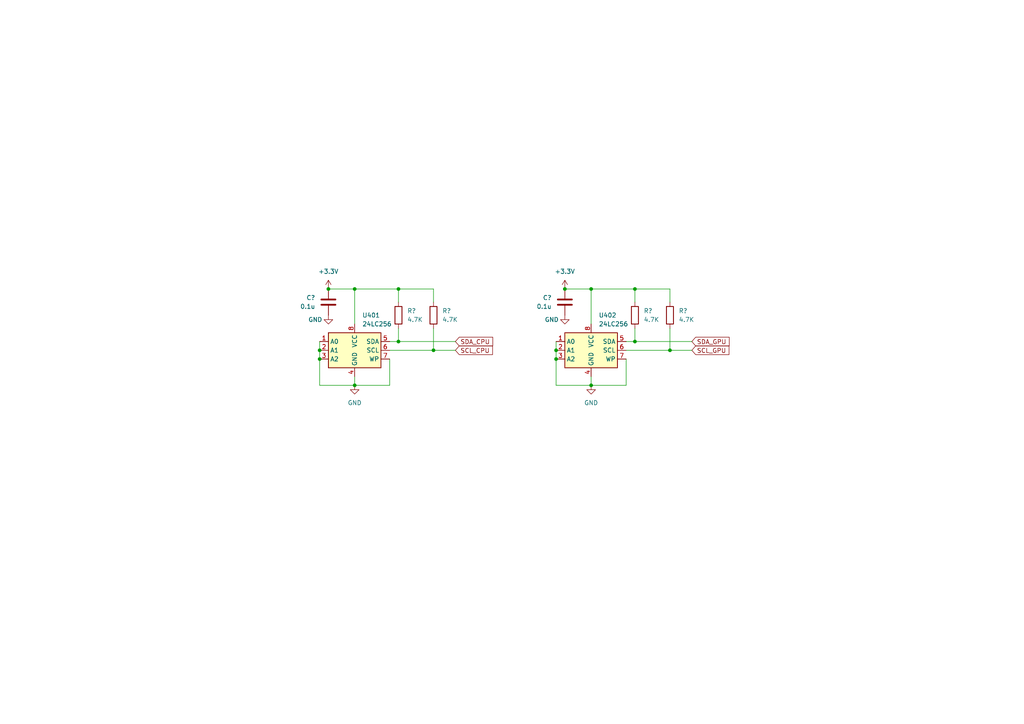
<source format=kicad_sch>
(kicad_sch (version 20230121) (generator eeschema)
  (paper "A4")
  (lib_symbols
    (symbol "Device:C" (pin_numbers hide) (pin_names (offset 0.254))
      (property "Reference" "C" (at 0.635 2.54 0))
      (property "Value" "C" (at 0.635 -2.54 0))
      (symbol "C_0_1"
        (polyline (pts (xy -2.032 -0.762) (xy 2.032 -0.762)) (stroke (width 0.508)))
        (polyline (pts (xy -2.032 0.762) (xy 2.032 0.762)) (stroke (width 0.508)))
      )
      (symbol "C_1_1"
        (pin passive line (at 0 3.81 270) (length 2.794) (name "~") (number "1"))
        (pin passive line (at 0 -3.81 90) (length 2.794) (name "~") (number "2"))
      )
    )
    (symbol "Device:R" (pin_numbers hide) (pin_names (offset 0))
      (property "Reference" "R" (at 2.032 0 90))
      (property "Value" "R" (at 0 0 90))
      (symbol "R_0_1"
        (rectangle (start -1.016 -2.54) (end 1.016 2.54) (stroke (width 0.254)))
      )
      (symbol "R_1_1"
        (pin passive line (at 0 3.81 270) (length 1.27) (name "~") (number "1"))
        (pin passive line (at 0 -3.81 90) (length 1.27) (name "~") (number "2"))
      )
    )
    (symbol "Memory_EEPROM:24LC256"
      (property "Reference" "U" (at -6.35 6.35 0))
      (property "Value" "24LC256" (at 1.27 6.35 0))
      (symbol "24LC256_1_1"
        (rectangle (start -7.62 5.08) (end 7.62 -5.08) (stroke (width 0.254)) (fill (type background)))
        (pin input line (at -10.16 2.54 0) (length 2.54) (name "A0") (number "1"))
        (pin input line (at -10.16 0 0) (length 2.54) (name "A1") (number "2"))
        (pin input line (at -10.16 -2.54 0) (length 2.54) (name "A2") (number "3"))
        (pin power_in line (at 0 -7.62 90) (length 2.54) (name "GND") (number "4"))
        (pin bidirectional line (at 10.16 2.54 180) (length 2.54) (name "SDA") (number "5"))
        (pin input line (at 10.16 0 180) (length 2.54) (name "SCL") (number "6"))
        (pin input line (at 10.16 -2.54 180) (length 2.54) (name "WP") (number "7"))
        (pin power_in line (at 0 7.62 270) (length 2.54) (name "VCC") (number "8"))
      )
    )
    (symbol "power:+3.3V" (power) (pin_names (offset 0))
      (property "Value" "+3.3V" (at 0 3.556 0))
      (symbol "+3.3V_0_1"
        (polyline (pts (xy -0.762 1.27) (xy 0 2.54)))
        (polyline (pts (xy 0 0) (xy 0 2.54)))
        (polyline (pts (xy 0 2.54) (xy 0.762 1.27)))
      )
      (symbol "+3.3V_1_1"
        (pin power_in line (at 0 0 90) (length 0) hide (name "+3.3V") (number "1"))
      )
    )
    (symbol "power:GND" (power) (pin_names (offset 0))
      (property "Value" "GND" (at 0 -3.81 0))
      (symbol "GND_0_1"
        (polyline (pts (xy 0 0) (xy 0 -1.27) (xy 1.27 -1.27) (xy 0 -2.54) (xy -1.27 -1.27) (xy 0 -1.27)))
      )
      (symbol "GND_1_1"
        (pin power_in line (at 0 0 270) (length 0) hide (name "GND") (number "1"))
      )
    )
  )
  (junction (at 102.87 111.76))
  (junction (at 102.87 83.82))
  (junction (at 95.25 83.82))
  (junction (at 171.45 83.82))
  (junction (at 115.57 99.06))
  (junction (at 92.71 104.14))
  (junction (at 125.73 101.6))
  (junction (at 171.45 111.76))
  (junction (at 163.83 83.82))
  (junction (at 92.71 101.6))
  (junction (at 184.15 83.82))
  (junction (at 115.57 83.82))
  (junction (at 161.29 101.6))
  (junction (at 161.29 104.14))
  (junction (at 194.31 101.6))
  (junction (at 184.15 99.06))
  (wire (pts (xy 161.29 104.14) (xy 161.29 111.76)))
  (wire (pts (xy 184.15 99.06) (xy 200.66 99.06)))
  (wire (pts (xy 102.87 83.82) (xy 115.57 83.82)))
  (wire (pts (xy 171.45 83.82) (xy 171.45 93.98)))
  (wire (pts (xy 184.15 83.82) (xy 194.31 83.82)))
  (wire (pts (xy 92.71 111.76) (xy 102.87 111.76)))
  (wire (pts (xy 125.73 87.63) (xy 125.73 83.82)))
  (wire (pts (xy 171.45 109.22) (xy 171.45 111.76)))
  (wire (pts (xy 115.57 95.25) (xy 115.57 99.06)))
  (wire (pts (xy 184.15 95.25) (xy 184.15 99.06)))
  (wire (pts (xy 125.73 101.6) (xy 132.08 101.6)))
  (wire (pts (xy 125.73 95.25) (xy 125.73 101.6)))
  (wire (pts (xy 102.87 83.82) (xy 102.87 93.98)))
  (wire (pts (xy 113.03 111.76) (xy 102.87 111.76)))
  (wire (pts (xy 194.31 101.6) (xy 200.66 101.6)))
  (wire (pts (xy 194.31 95.25) (xy 194.31 101.6)))
  (wire (pts (xy 161.29 111.76) (xy 171.45 111.76)))
  (wire (pts (xy 113.03 104.14) (xy 113.03 111.76)))
  (wire (pts (xy 92.71 99.06) (xy 92.71 101.6)))
  (wire (pts (xy 113.03 101.6) (xy 125.73 101.6)))
  (wire (pts (xy 113.03 99.06) (xy 115.57 99.06)))
  (wire (pts (xy 163.83 83.82) (xy 171.45 83.82)))
  (wire (pts (xy 181.61 99.06) (xy 184.15 99.06)))
  (wire (pts (xy 115.57 99.06) (xy 132.08 99.06)))
  (wire (pts (xy 184.15 83.82) (xy 184.15 87.63)))
  (wire (pts (xy 161.29 101.6) (xy 161.29 104.14)))
  (wire (pts (xy 181.61 101.6) (xy 194.31 101.6)))
  (wire (pts (xy 92.71 101.6) (xy 92.71 104.14)))
  (wire (pts (xy 194.31 87.63) (xy 194.31 83.82)))
  (wire (pts (xy 92.71 104.14) (xy 92.71 111.76)))
  (wire (pts (xy 181.61 111.76) (xy 171.45 111.76)))
  (wire (pts (xy 181.61 104.14) (xy 181.61 111.76)))
  (wire (pts (xy 115.57 83.82) (xy 115.57 87.63)))
  (wire (pts (xy 161.29 99.06) (xy 161.29 101.6)))
  (wire (pts (xy 125.73 83.82) (xy 115.57 83.82)))
  (wire (pts (xy 102.87 109.22) (xy 102.87 111.76)))
  (wire (pts (xy 102.87 83.82) (xy 95.25 83.82)))
  (wire (pts (xy 171.45 83.82) (xy 184.15 83.82)))
  (global_label "SCL_CPU" (shape input) (at 132.08 101.6 0) (property "Intersheetrefs" "${INTERSHEET_REFS}" (effects hide)))
  (global_label "SCL_GPU" (shape input) (at 200.66 101.6 0) (property "Intersheetrefs" "${INTERSHEET_REFS}" (effects hide)))
  (global_label "SDA_GPU" (shape input) (at 200.66 99.06 0) (property "Intersheetrefs" "${INTERSHEET_REFS}" (effects hide)))
  (global_label "SDA_CPU" (shape input) (at 132.08 99.06 0) (property "Intersheetrefs" "${INTERSHEET_REFS}" (effects hide)))
  (symbol (lib_id "Device:R") (at 115.57 91.44 180) (unit 1)
    (property "Reference" "R?" (at 118.11 90.17 0) (effects (justify right)))
    (property "Value" "4.7K" (at 118.11 92.71 0) (effects (justify right)))
    (property "Footprint" "Resistor_THT:R_Axial_DIN0207_L6.3mm_D2.5mm_P10.16mm_Horizontal" (effects hide))
    (property "Datasheet" "https://www.seielect.com/catalog/sei-cf_cfm.pdf" (effects hide))
    (property "Part" "CF18JT4K70" (effects hide))
    (instances (project "jcap" (path "" (reference "R?") (unit 1)) (path "" (reference "R401") (unit 1))))
  )
  (symbol (lib_id "Device:R") (at 125.73 91.44 180) (unit 1)
    (property "Reference" "R?" (at 128.27 90.17 0) (effects (justify right)))
    (property "Value" "4.7K" (at 128.27 92.71 0) (effects (justify right)))
    (property "Footprint" "Resistor_THT:R_Axial_DIN0207_L6.3mm_D2.5mm_P10.16mm_Horizontal" (effects hide))
    (property "Datasheet" "https://www.seielect.com/catalog/sei-cf_cfm.pdf" (effects hide))
    (property "Part" "CF18JT4K70" (effects hide))
    (instances (project "jcap" (path "" (reference "R?") (unit 1)) (path "" (reference "R402") (unit 1))))
  )
  (symbol (lib_id "power:+3.3V") (at 95.25 83.82 0) (mirror y) (unit 1)
    (property "Reference" "#PWR?" (effects hide))
    (property "Value" "+3.3V" (at 95.25 78.74 0))
    (instances (project "jcap" (path "" (reference "#PWR?") (unit 1)) (path "" (reference "#PWR0401") (unit 1))))
  )
  (symbol (lib_id "power:GND") (at 102.87 111.76 0) (unit 1)
    (property "Reference" "#PWR0403" (effects hide))
    (property "Value" "GND" (at 102.87 116.84 0))
  )
  (symbol (lib_id "Device:R") (at 184.15 91.44 180) (unit 1)
    (property "Reference" "R?" (at 186.69 90.17 0) (effects (justify right)))
    (property "Value" "4.7K" (at 186.69 92.71 0) (effects (justify right)))
    (property "Footprint" "Resistor_THT:R_Axial_DIN0207_L6.3mm_D2.5mm_P10.16mm_Horizontal" (effects hide))
    (property "Datasheet" "https://www.seielect.com/catalog/sei-cf_cfm.pdf" (effects hide))
    (property "Part" "CF18JT4K70" (effects hide))
    (instances (project "jcap" (path "" (reference "R?") (unit 1)) (path "" (reference "R403") (unit 1))))
  )
  (symbol (lib_id "power:GND") (at 163.83 91.44 0) (mirror y) (unit 1)
    (property "Reference" "#PWR?" (effects hide))
    (property "Value" "GND" (at 160.02 92.71 0))
    (instances (project "jcap" (path "" (reference "#PWR?") (unit 1)) (path "" (reference "#PWR0405") (unit 1))))
  )
  (symbol (lib_id "Device:R") (at 194.31 91.44 180) (unit 1)
    (property "Reference" "R?" (at 196.85 90.17 0) (effects (justify right)))
    (property "Value" "4.7K" (at 196.85 92.71 0) (effects (justify right)))
    (property "Footprint" "Resistor_THT:R_Axial_DIN0207_L6.3mm_D2.5mm_P10.16mm_Horizontal" (effects hide))
    (property "Datasheet" "https://www.seielect.com/catalog/sei-cf_cfm.pdf" (effects hide))
    (property "Part" "CF18JT4K70" (effects hide))
    (instances (project "jcap" (path "" (reference "R?") (unit 1)) (path "" (reference "R404") (unit 1))))
  )
  (symbol (lib_id "Device:C") (at 163.83 87.63 180) (unit 1)
    (property "Reference" "C?" (at 160.02 86.36 0) (effects (justify left)))
    (property "Value" "0.1u" (at 160.02 88.9 0) (effects (justify left)))
    (property "Footprint" "Capacitor_THT:C_Disc_D3.4mm_W2.1mm_P2.50mm" (effects hide))
    (property "Datasheet" "https://www.vishay.com/docs/45171/kseries.pdf" (effects hide))
    (property "Part" "K104K15X7RF5TL2" (effects hide))
    (instances (project "jcap" (path "" (reference "C?") (unit 1)) (path "" (reference "C201") (unit 1)) (path "" (reference "C402") (unit 1))))
  )
  (symbol (lib_id "power:+3.3V") (at 163.83 83.82 0) (mirror y) (unit 1)
    (property "Reference" "#PWR?" (effects hide))
    (property "Value" "+3.3V" (at 163.83 78.74 0))
    (instances (project "jcap" (path "" (reference "#PWR?") (unit 1)) (path "" (reference "#PWR0404") (unit 1))))
  )
  (symbol (lib_id "Device:C") (at 95.25 87.63 180) (unit 1)
    (property "Reference" "C?" (at 91.44 86.36 0) (effects (justify left)))
    (property "Value" "0.1u" (at 91.44 88.9 0) (effects (justify left)))
    (property "Footprint" "Capacitor_THT:C_Disc_D3.4mm_W2.1mm_P2.50mm" (effects hide))
    (property "Datasheet" "https://www.vishay.com/docs/45171/kseries.pdf" (effects hide))
    (property "Part" "K104K15X7RF5TL2" (effects hide))
    (instances (project "jcap" (path "" (reference "C?") (unit 1)) (path "" (reference "C201") (unit 1)) (path "" (reference "C401") (unit 1))))
  )
  (symbol (lib_id "Memory_EEPROM:24LC256") (at 171.45 101.6 0) (unit 1)
    (property "Reference" "U402" (at 173.6441 91.44 0) (effects (justify left)))
    (property "Value" "24LC256" (at 173.6441 93.98 0) (effects (justify left)))
    (property "Footprint" "Package_DIP:DIP-8_W7.62mm_Socket" (effects hide))
    (property "Datasheet" "https://ww1.microchip.com/downloads/aemDocuments/documents/MPD/ProductDocuments/DataSheets/24AA256-24LC256-24FC256-256K-I2C-Serial-EEPROM-DS20001203.pdf" (effects hide))
    (property "Part" "24LC256-I/P" (effects hide))
  )
  (symbol (lib_id "power:GND") (at 171.45 111.76 0) (unit 1)
    (property "Reference" "#PWR0406" (effects hide))
    (property "Value" "GND" (at 171.45 116.84 0))
  )
  (symbol (lib_id "power:GND") (at 95.25 91.44 0) (mirror y) (unit 1)
    (property "Reference" "#PWR?" (effects hide))
    (property "Value" "GND" (at 91.44 92.71 0))
    (instances (project "jcap" (path "" (reference "#PWR?") (unit 1)) (path "" (reference "#PWR0402") (unit 1))))
  )
  (symbol (lib_id "Memory_EEPROM:24LC256") (at 102.87 101.6 0) (unit 1)
    (property "Reference" "U401" (at 105.0641 91.44 0) (effects (justify left)))
    (property "Value" "24LC256" (at 105.0641 93.98 0) (effects (justify left)))
    (property "Footprint" "Package_DIP:DIP-8_W7.62mm_Socket" (effects hide))
    (property "Datasheet" "https://ww1.microchip.com/downloads/aemDocuments/documents/MPD/ProductDocuments/DataSheets/24AA256-24LC256-24FC256-256K-I2C-Serial-EEPROM-DS20001203.pdf" (effects hide))
    (property "Part" "24LC256-I/P" (effects hide))
  )
)
</source>
